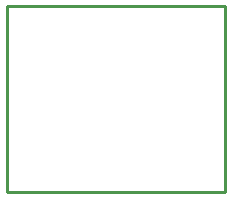
<source format=gko>
G04*
G04 #@! TF.GenerationSoftware,Altium Limited,Altium Designer,20.2.6 (244)*
G04*
G04 Layer_Color=16711935*
%FSLAX25Y25*%
%MOIN*%
G70*
G04*
G04 #@! TF.SameCoordinates,A3A763BF-BF39-4C4F-A36C-E8209A154407*
G04*
G04*
G04 #@! TF.FilePolarity,Positive*
G04*
G01*
G75*
%ADD10C,0.01000*%
D10*
X-23500Y-41185D02*
Y20815D01*
X49000Y20815D01*
Y-41185D02*
Y20815D01*
X-23500Y-41185D02*
X49000Y-41185D01*
M02*

</source>
